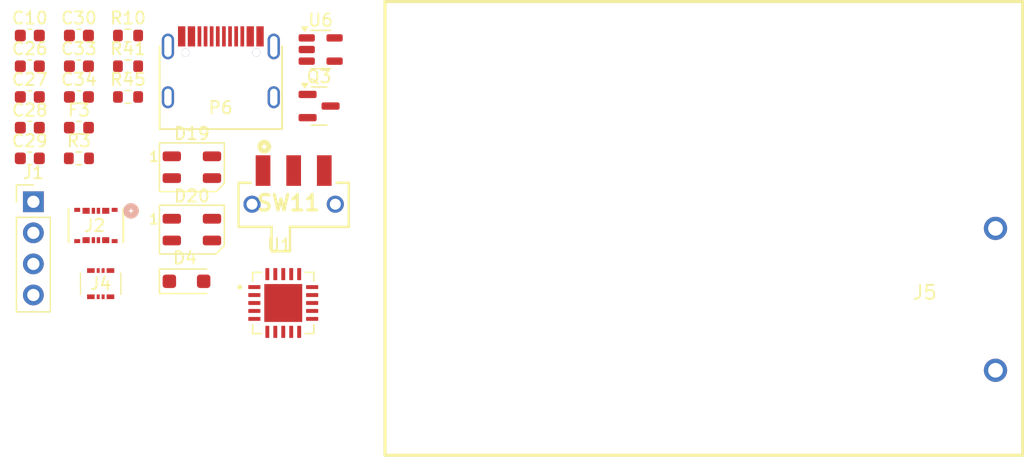
<source format=kicad_pcb>
(kicad_pcb (version 20241229) (generator "pcbnew") (generator_version "9.0")
  (layers (0 "F.Cu" signal) (2 "B.Cu" signal) (13 "F.Paste" user) (15 "B.Paste" user) (5 "F.SilkS" user "F.Silkscreen") (7 "B.SilkS" user "B.Silkscreen") (1 "F.Mask" user) (3 "B.Mask" user) (25 "Edge.Cuts" user))
  (net 0 "")
  (net 1 "Net-(SW11-B)")
  (net 2 "GND")
  (net 3 "+3V3")
  (net 4 "+5V")
  (net 5 "+3.3V")
  (net 6 "VBUS")
  (net 7 "Net-(D4-K)")
  (net 8 "Net-(D19-DIN)")
  (net 9 "Net-(D19-DOUT)")
  (net 11 "Net-(F3-Pad1)")
  (net 12 "/SWDIO")
  (net 13 "/SWCLK")
  (net 14 "/RX")
  (net 15 "Net-(P6-CC)")
  (net 17 "Net-(P6-VCONN)")
  (net 21 "+BATT")
  (net 22 "/NEOPIXELES")
  (net 24 "/NTST")
  (net 27 "/TX")
  (footprint "LED_SMD:LED_WS2812B-Mini_PLCC4_3.5x3.5mm" (layer "F.Cu") (at 56.98 46.4)
    (property "Reference" "D19" (at 0 -2.75 0) (layer "F.SilkS"))
    (property "Value" "WS2812B")
    (fp_line (start -2.65 -1.99) (end -2.65 1.99) (stroke (width 0.12)) (layer "F.SilkS"))
    (fp_line (start -2.65 -1.99) (end 2.65 -1.99) (stroke (width 0.12)) (layer "F.SilkS"))
    (fp_line (start -2.65 1.99) (end 1.99 1.99) (stroke (width 0.12)) (layer "F.SilkS"))
    (fp_line (start 2.65 1.3) (end 1.99 1.99) (stroke (width 0.12)) (layer "F.SilkS"))
    (fp_line (start 2.65 1.3) (end 2.65 -1.99) (stroke (width 0.12)) (layer "F.SilkS"))
    (fp_text user "1" (at -3.1 -0.85 0) (layer "F.SilkS") (effects (font (size 0.8 0.8))))
    (pad "1" smd roundrect (at -1.64 -0.89) (size 1.5 0.8) (layers "F.Cu" "F.Mask" "F.Paste") (net 3 "+3V3"))
    (pad "2" smd roundrect (at -1.64 0.89) (size 1.5 0.8) (layers "F.Cu" "F.Mask" "F.Paste") (net 9 "Net-(D19-DOUT)"))
    (pad "3" smd roundrect (at 1.64 0.89) (size 1.5 0.8) (layers "F.Cu" "F.Mask" "F.Paste") (net 2 "GND"))
    (pad "4" smd roundrect (at 1.64 -0.89) (size 1.5 0.8) (layers "F.Cu" "F.Mask" "F.Paste") (net 8 "Net-(D19-DIN)"))
  )
  (footprint "Diode_SMD:D_SOD-123F" (layer "F.Cu") (at 56.54 55.725)
    (property "Reference" "D4" (at -0.127 -1.905 0) (layer "F.SilkS"))
    (property "Value" "MBR120")
    (fp_line (start -2.21 -1) (end -2.21 1) (stroke (width 0.12)) (layer "F.SilkS"))
    (fp_line (start -2.21 -1) (end 1.65 -1) (stroke (width 0.12)) (layer "F.SilkS"))
    (fp_line (start -2.21 1) (end 1.65 1) (stroke (width 0.12)) (layer "F.SilkS"))
    (pad "1" smd roundrect (at -1.4 0) (size 1.1 1.1) (layers "F.Cu" "F.Mask" "F.Paste") (roundrect_rratio 0.2272727273) (net 7 "Net-(D4-K)"))
    (pad "2" smd roundrect (at 1.4 0) (size 1.1 1.1) (layers "F.Cu" "F.Mask" "F.Paste") (roundrect_rratio 0.2272727273) (net 6 "VBUS"))
  )
  (footprint "Resistor_SMD:R_0603_1608Metric" (layer "F.Cu") (at 51.765 40.655)
    (property "Reference" "R45" (at 0 -1.43 0) (layer "F.SilkS"))
    (property "Value" "5k1")
    (fp_line (start -0.237258 -0.5225) (end 0.237258 -0.5225) (stroke (width 0.12)) (layer "F.SilkS"))
    (fp_line (start -0.237258 0.5225) (end 0.237258 0.5225) (stroke (width 0.12)) (layer "F.SilkS"))
    (pad "1" smd roundrect (at -0.825 0) (size 0.8 0.95) (layers "F.Cu" "F.Mask" "F.Paste") (net 2 "GND"))
    (pad "2" smd roundrect (at 0.825 0) (size 0.8 0.95) (layers "F.Cu" "F.Mask" "F.Paste") (net 17 "Net-(P6-VCONN)"))
  )
  (footprint "Connector_PinHeader_2.54mm:PinHeader_1x04_P2.54mm_Vertical" (layer "F.Cu") (at 44.035 49.225)
    (property "Reference" "J1" (at 0 -2.38 0) (layer "F.SilkS"))
    (property "Value" "SWDIO")
    (fp_line (start -1.38 -1.38) (end 0 -1.38) (stroke (width 0.12)) (layer "F.SilkS"))
    (fp_line (start -1.38 0) (end -1.38 -1.38) (stroke (width 0.12)) (layer "F.SilkS"))
    (fp_line (start -1.38 1.27) (end -1.38 9) (stroke (width 0.12)) (layer "F.SilkS"))
    (fp_line (start -1.38 1.27) (end 1.38 1.27) (stroke (width 0.12)) (layer "F.SilkS"))
    (fp_line (start -1.38 9) (end 1.38 9) (stroke (width 0.12)) (layer "F.SilkS"))
    (fp_line (start 1.38 1.27) (end 1.38 9) (stroke (width 0.12)) (layer "F.SilkS"))
    (pad "1" thru_hole rect (at 0 0) (size 1.7 1.7) (drill 1) (layers "*.Cu" "*.Mask") (net 6 "VBUS"))
    (pad "2" thru_hole circle (at 0 2.54) (size 1.7 1.7) (drill 1) (layers "*.Cu" "*.Mask") (net 12 "/SWDIO"))
    (pad "3" thru_hole circle (at 0 5.08) (size 1.7 1.7) (drill 1) (layers "*.Cu" "*.Mask") (net 13 "/SWCLK"))
    (pad "4" thru_hole circle (at 0 7.62) (size 1.7 1.7) (drill 1) (layers "*.Cu" "*.Mask") (net 2 "GND"))
  )
  (footprint "Footprints:CONN8_505004-0812_MOL" (layer "F.Cu") (at 49.1414 51.1638)
    (property "Reference" "J2" (at -0.1016 0 0) (layer "F.SilkS"))
    (property "Value" "Conn_01x08_Pin")
    (fp_line (start -2.2352 1.3716) (end -2.2352 -1.3716) (stroke (width 0.1524)) (layer "F.SilkS"))
    (fp_line (start 2.2352 -1.3716) (end 2.2352 1.3716) (stroke (width 0.1524)) (layer "F.SilkS"))
    (fp_arc (start 2.4892 -1.1938) (mid 2.8702 -1.5748) (end 3.2512 -1.1938) (stroke (width 0.508)) (layer "F.SilkS"))
    (fp_arc (start 3.2512 -1.1938) (mid 2.8702 -0.8128) (end 2.4892 -1.1938) (stroke (width 0.508)) (layer "F.SilkS"))
    (fp_arc (start 2.4892 -1.1938) (mid 2.8702 -1.5748) (end 3.2512 -1.1938) (stroke (width 0.508)) (layer "B.SilkS"))
    (fp_arc (start 3.2512 -1.1938) (mid 2.8702 -0.8128) (end 2.4892 -1.1938) (stroke (width 0.508)) (layer "B.SilkS"))
    (pad "1" smd rect (at 0.8 -1.2) (size 0.5842 0.4826) (layers "F.Cu" "F.Mask" "F.Paste") (net 2 "GND"))
    (pad "2" smd rect (at 0.2032 -1.2) (size 0.2794 0.4826) (layers "F.Cu" "F.Mask" "F.Paste") (net 14 "/RX"))
    (pad "3" smd rect (at -0.2032 -1.2) (size 0.2794 0.4826) (layers "F.Cu" "F.Mask" "F.Paste") (net 14 "/RX"))
    (pad "4" smd rect (at -0.8 -1.2) (size 0.5842 0.4826) (layers "F.Cu" "F.Mask" "F.Paste") (net 2 "GND"))
    (pad "5" smd rect (at 0.8 1.2) (size 0.5842 0.4826) (layers "F.Cu" "F.Mask" "F.Paste") (net 2 "GND"))
    (pad "6" smd rect (at 0.2032 1.2) (size 0.2794 0.4826) (layers "F.Cu" "F.Mask" "F.Paste") (net 14 "/RX"))
    (pad "7" smd rect (at -0.2032 1.2) (size 0.2794 0.4826) (layers "F.Cu" "F.Mask" "F.Paste") (net 14 "/RX"))
    (pad "8" smd rect (at -0.8 1.2) (size 0.5842 0.4826) (layers "F.Cu" "F.Mask" "F.Paste") (net 2 "GND"))
    (pad "9" smd rect (at 1.53 -1.2762) (size 0.4826 0.3302) (layers "F.Cu" "F.Mask" "F.Paste"))
    (pad "10" smd rect (at -1.53 -1.2762) (size 0.4826 0.3302) (layers "F.Cu" "F.Mask" "F.Paste"))
    (pad "11" smd rect (at 1.53 1.2762) (size 0.4826 0.3302) (layers "F.Cu" "F.Mask" "F.Paste"))
    (pad "12" smd rect (at -1.53 1.2762) (size 0.4826 0.3302) (layers "F.Cu" "F.Mask" "F.Paste"))
  )
  (footprint "Footprints:C393939" (layer "F.Cu") (at 59.345 36.53)
    (property "Reference" "P6" (at -0.017333 5.0083 180) (layer "F.SilkS"))
    (property "Value" "USB_C_Plug_USB2.0" (hide yes))
    (fp_line (start -5 0) (end -5 6.75) (stroke (width 0.15)) (layer "F.SilkS"))
    (fp_line (start -5 6.75) (end 5 6.75) (stroke (width 0.15)) (layer "F.SilkS"))
    (fp_line (start 5 6.75) (end 5 0) (stroke (width 0.15)) (layer "F.SilkS"))
    (pad "" thru_hole circle (at -2.89 0.5) (size 0.65 0.65) (drill 0.65) (layers "*.Cu" "*.Mask"))
    (pad "" thru_hole circle (at 2.89 0.5) (size 0.65 0.65) (drill 0.65) (layers "*.Cu" "*.Mask"))
    (pad "A1" smd rect (at -3.2 -0.825) (size 0.6 1.65) (layers "F.Cu" "F.Mask" "F.Paste") (net 2 "GND"))
    (pad "A1" smd rect (at 3.2 -0.825) (size 0.6 1.65) (layers "F.Cu" "F.Mask" "F.Paste") (net 2 "GND"))
    (pad "A4" smd rect (at -2.4 -0.825) (size 0.6 1.65) (layers "F.Cu" "F.Mask" "F.Paste") (net 11 "Net-(F3-Pad1)"))
    (pad "A4" smd rect (at 2.4 -0.825) (size 0.6 1.65) (layers "F.Cu" "F.Mask" "F.Paste") (net 11 "Net-(F3-Pad1)"))
    (pad "A5" smd rect (at -1.25 -0.825) (size 0.3 1.65) (layers "F.Cu" "F.Mask" "F.Paste") (net 15 "Net-(P6-CC)"))
    (pad "A6" smd rect (at -0.25 -0.825) (size 0.3 1.65) (layers "F.Cu" "F.Mask" "F.Paste"))
    (pad "A6" smd rect (at 0.75 -0.825) (size 0.3 1.65) (layers "F.Cu" "F.Mask" "F.Paste"))
    (pad "A7" smd rect (at -0.75 -0.825) (size 0.3 1.65) (layers "F.Cu" "F.Mask" "F.Paste"))
    (pad "A7" smd rect (at 0.25 -0.825) (size 0.3 1.65) (layers "F.Cu" "F.Mask" "F.Paste"))
    (pad "A8" smd rect (at -1.75 -0.825) (size 0.3 1.65) (layers "F.Cu" "F.Mask" "F.Paste"))
    (pad "B5" smd rect (at 1.75 -0.825) (size 0.3 1.65) (layers "F.Cu" "F.Mask" "F.Paste") (net 17 "Net-(P6-VCONN)"))
    (pad "B8" smd rect (at 1.25 -0.825) (size 0.3 1.65) (layers "F.Cu" "F.Mask" "F.Paste"))
    (pad "S1" thru_hole oval (at -4.32 0) (size 1 2.1) (drill oval 0.6 1.7) (layers "*.Cu" "*.Mask") (net 2 "GND"))
    (pad "S1" thru_hole oval (at -4.32 4.15) (size 1 1.8) (drill oval 0.6 1.4) (layers "*.Cu" "*.Mask") (net 2 "GND"))
    (pad "S1" thru_hole oval (at 4.32 0) (size 1 2.1) (drill oval 0.6 1.7) (layers "*.Cu" "*.Mask") (net 2 "GND"))
    (pad "S1" thru_hole oval (at 4.32 4.15) (size 1 1.8) (drill oval 0.6 1.4) (layers "*.Cu" "*.Mask") (net 2 "GND"))
  )
  (footprint "Footprints:JS102011SAQN" (layer "F.Cu") (at 65.29 47.67415)
    (property "Reference" "SW11" (at -0.43 1.647 0) (layer "F.SilkS") (effects (font (size 1.27 1.27) (thickness 0.254))))
    (property "Value" "ON" (hide yes))
    (fp_line (start -4.5 0) (end -4.5 3.6) (stroke (width 0.2)) (layer "F.SilkS"))
    (fp_line (start -4.5 0) (end -3.5 0) (stroke (width 0.2)) (layer "F.SilkS"))
    (fp_line (start -4.5 3.6) (end -1.8 3.6) (stroke (width 0.2)) (layer "F.SilkS"))
    (fp_line (start -1.8 3.6) (end -1.8 5.6) (stroke (width 0.2)) (layer "F.SilkS"))
    (fp_line (start -1.8 5.6) (end -0.3 5.6) (stroke (width 0.2)) (layer "F.SilkS"))
    (fp_line (start -0.3 3.6) (end 4.5 3.6) (stroke (width 0.2)) (layer "F.SilkS"))
    (fp_line (start -0.3 5.6) (end -0.3 3.6) (stroke (width 0.2)) (layer "F.SilkS"))
    (fp_line (start 4.5 0) (end 3.5 0) (stroke (width 0.2)) (layer "F.SilkS"))
    (fp_line (start 4.5 3.6) (end 4.5 0) (stroke (width 0.2)) (layer "F.SilkS"))
    (fp_circle (center -2.399 -2.96) (end -2.399 -2.79585) (stroke (width 0.4)) (fill no) (layer "F.SilkS"))
    (pad "1" smd rect (at -2.5 -1) (size 1.2 2.5) (layers "F.Cu" "F.Mask" "F.Paste"))
    (pad "2" smd rect (at 0 -1) (size 1.2 2.5) (layers "F.Cu" "F.Mask" "F.Paste") (net 1 "Net-(SW11-B)"))
    (pad "3" smd rect (at 2.5 -1) (size 1.2 2.5) (layers "F.Cu" "F.Mask" "F.Paste") (net 7 "Net-(D4-K)"))
    (pad "4" thru_hole circle (at -3.4 1.75) (size 1.4 1.4) (drill 0.9) (layers "*.Cu" "*.Mask"))
    (pad "5" thru_hole circle (at 3.4 1.75) (size 1.4 1.4) (drill 0.9) (layers "*.Cu" "*.Mask"))
  )
  (footprint "Capacitor_SMD:C_0603_1608Metric" (layer "F.Cu") (at 47.755 40.655)
    (property "Reference" "C34" (at 0 -1.43 0) (layer "F.SilkS"))
    (property "Value" "100nF")
    (fp_line (start -0.14058 -0.51) (end 0.14058 -0.51) (stroke (width 0.12)) (layer "F.SilkS"))
    (fp_line (start -0.14058 0.51) (end 0.14058 0.51) (stroke (width 0.12)) (layer "F.SilkS"))
    (pad "1" smd roundrect (at -0.775 0) (size 0.9 0.95) (layers "F.Cu" "F.Mask" "F.Paste") (net 5 "+3.3V"))
    (pad "2" smd roundrect (at 0.775 0) (size 0.9 0.95) (layers "F.Cu" "F.Mask" "F.Paste") (net 2 "GND"))
  )
  (footprint "Capacitor_SMD:C_0603_1608Metric" (layer "F.Cu") (at 43.745 45.675)
    (property "Reference" "C29" (at 0 -1.43 0) (layer "F.SilkS"))
    (property "Value" "100nF")
    (fp_line (start -0.14058 -0.51) (end 0.14058 -0.51) (stroke (width 0.12)) (layer "F.SilkS"))
    (fp_line (start -0.14058 0.51) (end 0.14058 0.51) (stroke (width 0.12)) (layer "F.SilkS"))
    (pad "1" smd roundrect (at -0.775 0) (size 0.9 0.95) (layers "F.Cu" "F.Mask" "F.Paste") (net 3 "+3V3"))
    (pad "2" smd roundrect (at 0.775 0) (size 0.9 0.95) (layers "F.Cu" "F.Mask" "F.Paste") (net 2 "GND"))
  )
  (footprint "Footprints:5050060812" (layer "F.Cu") (at 49.53 55.92)
    (property "Reference" "J4" (at 0 0 0) (layer "F.SilkS"))
    (property "Value" "Conn_01x02_Pin")
    (fp_line (start -1.65 0.875) (end -1.65 -0.877) (stroke (width 0.1)) (layer "F.SilkS"))
    (fp_line (start 1.65 0.88) (end 1.65 -0.877) (stroke (width 0.1)) (layer "F.SilkS"))
    (pad "1" smd rect (at 0.8 -1.07) (size 0.62 0.38) (layers "F.Cu" "F.Mask" "F.Paste") (net 2 "GND"))
    (pad "2" smd rect (at 0.2 -1.07) (size 0.24 0.38) (layers "F.Cu" "F.Mask" "F.Paste") (net 27 "/TX"))
    (pad "3" smd rect (at -0.2 -1.07) (size 0.24 0.38) (layers "F.Cu" "F.Mask" "F.Paste") (net 27 "/TX"))
    (pad "4" smd rect (at -0.8 -1.07) (size 0.62 0.38) (layers "F.Cu" "F.Mask" "F.Paste") (net 2 "GND"))
    (pad "5" smd rect (at 0.8 1.07) (size 0.62 0.38) (layers "F.Cu" "F.Mask" "F.Paste") (net 2 "GND"))
    (pad "6" smd rect (at 0.2 1.07) (size 0.24 0.38) (layers "F.Cu" "F.Mask" "F.Paste") (net 27 "/TX"))
    (pad "7" smd rect (at -0.2 1.07) (size 0.24 0.38) (layers "F.Cu" "F.Mask" "F.Paste") (net 27 "/TX"))
    (pad "8" smd rect (at -0.8 1.07) (size 0.62 0.38) (layers "F.Cu" "F.Mask" "F.Paste") (net 2 "GND"))
  )
  (footprint "Capacitor_SMD:C_0603_1608Metric" (layer "F.Cu") (at 43.745 43.165)
    (property "Reference" "C28" (at 0 -1.43 0) (layer "F.SilkS"))
    (property "Value" "10uF")
    (fp_line (start -0.14058 -0.51) (end 0.14058 -0.51) (stroke (width 0.12)) (layer "F.SilkS"))
    (fp_line (start -0.14058 0.51) (end 0.14058 0.51) (stroke (width 0.12)) (layer "F.SilkS"))
    (pad "1" smd roundrect (at -0.775 0) (size 0.9 0.95) (layers "F.Cu" "F.Mask" "F.Paste") (net 5 "+3.3V"))
    (pad "2" smd roundrect (at 0.775 0) (size 0.9 0.95) (layers "F.Cu" "F.Mask" "F.Paste") (net 2 "GND"))
  )
  (footprint "Resistor_SMD:R_0603_1608Metric" (layer "F.Cu") (at 51.765 35.635)
    (property "Reference" "R10" (at 0 -1.43 0) (layer "F.SilkS"))
    (property "Value" "100K")
    (fp_line (start -0.237258 -0.5225) (end 0.237258 -0.5225) (stroke (width 0.12)) (layer "F.SilkS"))
    (fp_line (start -0.237258 0.5225) (end 0.237258 0.5225) (stroke (width 0.12)) (layer "F.SilkS"))
    (pad "1" smd roundrect (at -0.825 0) (size 0.8 0.95) (layers "F.Cu" "F.Mask" "F.Paste") (net 6 "VBUS"))
    (pad "2" smd roundrect (at 0.825 0) (size 0.8 0.95) (layers "F.Cu" "F.Mask" "F.Paste") (net 2 "GND"))
  )
  (footprint "Footprints:QFN65P500X500X80-21N" (layer "F.Cu") (at 64.44 57.5)
    (property "Reference" "U1" (at -0.315 -4.74 0) (layer "F.SilkS"))
    (property "Value" "PY32F030F28U6TR")
    (fp_line (start -2.5 -2.5) (end -2.5 -1.78) (stroke (width 0.127)) (layer "F.SilkS"))
    (fp_line (start -2.5 -2.5) (end -1.78 -2.5) (stroke (width 0.127)) (layer "F.SilkS"))
    (fp_line (start -2.5 2.5) (end -2.5 1.78) (stroke (width 0.127)) (layer "F.SilkS"))
    (fp_line (start -2.5 2.5) (end -1.78 2.5) (stroke (width 0.127)) (layer "F.SilkS"))
    (fp_line (start 2.5 -2.5) (end 1.78 -2.5) (stroke (width 0.127)) (layer "F.SilkS"))
    (fp_line (start 2.5 -2.5) (end 2.5 -1.78) (stroke (width 0.127)) (layer "F.SilkS"))
    (fp_line (start 2.5 2.5) (end 1.78 2.5) (stroke (width 0.127)) (layer "F.SilkS"))
    (fp_line (start 2.5 2.5) (end 2.5 1.78) (stroke (width 0.127)) (layer "F.SilkS"))
    (fp_circle (center -3.55 -1.3) (end -3.45 -1.3) (stroke (width 0.2)) (fill no) (layer "F.SilkS"))
    (pad "1" smd roundrect (at -2.36 -1.3) (size 0.99 0.32) (layers "F.Cu" "F.Mask" "F.Paste") (roundrect_rratio 0.125))
    (pad "2" smd roundrect (at -2.36 -0.65) (size 0.99 0.32) (layers "F.Cu" "F.Mask" "F.Paste") (roundrect_rratio 0.125))
    (pad "3" smd roundrect (at -2.36 0) (size 0.99 0.32) (layers "F.Cu" "F.Mask" "F.Paste") (roundrect_rratio 0.125) (net 22 "/NEOPIXELES"))
    (pad "4" smd roundrect (at -2.36 0.65) (size 0.99 0.32) (layers "F.Cu" "F.Mask" "F.Paste") (roundrect_rratio 0.125) (net 2 "GND"))
    (pad "5" smd roundrect (at -2.36 1.3) (size 0.99 0.32) (layers "F.Cu" "F.Mask" "F.Paste") (roundrect_rratio 0.125))
    (pad "6" smd roundrect (at -1.3 2.36) (size 0.32 0.99) (layers "F.Cu" "F.Mask" "F.Paste") (roundrect_rratio 0.125) (net 5 "+3.3V"))
    (pad "7" smd roundrect (at -0.65 2.36) (size 0.32 0.99) (layers "F.Cu" "F.Mask" "F.Paste") (roundrect_rratio 0.125) (net 12 "/SWDIO"))
    (pad "8" smd roundrect (at 0 2.36) (size 0.32 0.99) (layers "F.Cu" "F.Mask" "F.Paste") (roundrect_rratio 0.125) (net 13 "/SWCLK"))
    (pad "9" smd roundrect (at 0.65 2.36) (size 0.32 0.99) (layers "F.Cu" "F.Mask" "F.Paste") (roundrect_rratio 0.125))
    (pad "10" smd roundrect (at 1.3 2.36) (size 0.32 0.99) (layers "F.Cu" "F.Mask" "F.Paste") (roundrect_rratio 0.125))
    (pad "11" smd roundrect (at 2.36 1.3) (size 0.99 0.32) (layers "F.Cu" "F.Mask" "F.Paste") (roundrect_rratio 0.125))
    (pad "12" smd roundrect (at 2.36 0.65) (size 0.99 0.32) (layers "F.Cu" "F.Mask" "F.Paste") (roundrect_rratio 0.125))
    (pad "13" smd roundrect (at 2.36 0) (size 0.99 0.32) (layers "F.Cu" "F.Mask" "F.Paste") (roundrect_rratio 0.125))
    (pad "14" smd roundrect (at 2.36 -0.65) (size 0.99 0.32) (layers "F.Cu" "F.Mask" "F.Paste") (roundrect_rratio 0.125))
    (pad "15" smd roundrect (at 2.36 -1.3) (size 0.99 0.32) (layers "F.Cu" "F.Mask" "F.Paste") (roundrect_rratio 0.125) (net 24 "/NTST"))
    (pad "16" smd roundrect (at 1.3 -2.36) (size 0.32 0.99) (layers "F.Cu" "F.Mask" "F.Paste") (roundrect_rratio 0.125))
    (pad "17" smd roundrect (at 0.65 -2.36) (size 0.32 0.99) (layers "F.Cu" "F.Mask" "F.Paste") (roundrect_rratio 0.125))
    (pad "18" smd roundrect (at 0 -2.36) (size 0.32 0.99) (layers "F.Cu" "F.Mask" "F.Paste") (roundrect_rratio 0.125) (net 27 "/TX"))
    (pad "19" smd roundrect (at -0.65 -2.36) (size 0.32 0.99) (layers "F.Cu" "F.Mask" "F.Paste") (roundrect_rratio 0.125) (net 14 "/RX"))
    (pad "20" smd roundrect (at -1.3 -2.36) (size 0.32 0.99) (layers "F.Cu" "F.Mask" "F.Paste") (roundrect_rratio 0.125))
    (pad "21" smd rect (at 0 0) (size 3.1 3.1) (layers "F.Cu" "F.Mask"))
  )
  (footprint "Capacitor_SMD:C_0603_1608Metric" (layer "F.Cu") (at 47.755 38.145)
    (property "Reference" "C33" (at 0 -1.43 0) (layer "F.SilkS"))
    (property "Value" "100nF")
    (fp_line (start -0.14058 -0.51) (end 0.14058 -0.51) (stroke (width 0.12)) (layer "F.SilkS"))
    (fp_line (start -0.14058 0.51) (end 0.14058 0.51) (stroke (width 0.12)) (layer "F.SilkS"))
    (pad "1" smd roundrect (at -0.775 0) (size 0.9 0.95) (layers "F.Cu" "F.Mask" "F.Paste") (net 6 "VBUS"))
    (pad "2" smd roundrect (at 0.775 0) (size 0.9 0.95) (layers "F.Cu" "F.Mask" "F.Paste") (net 2 "GND"))
  )
  (footprint "Footprints:BAT-TH_BH-AAA-A1AJ024" (layer "F.Cu") (at 122.6 57.2)
    (property "Reference" "J5" (at -6.85 -0.56 0) (layer "F.SilkS") (effects (font (size 1.143 1.143) (thickness 0.152)) (justify left)))
    (property "Value" "Battery" (hide yes))
    (fp_line (start -49.852 -24.342) (end 2.218 -24.342) (stroke (width 0.254)) (layer "F.SilkS"))
    (fp_line (start -49.852 -23.834) (end -49.852 -24.342) (stroke (width 0.254)) (layer "F.SilkS"))
    (fp_line (start -49.852 12.742) (end -49.852 -23.834) (stroke (width 0.254)) (layer "F.SilkS"))
    (fp_line (start 2.218 -24.342) (end 2.218 12.742) (stroke (width 0.254)) (layer "F.SilkS"))
    (fp_line (start 2.218 12.742) (end -49.852 12.742) (stroke (width 0.254)) (layer "F.SilkS"))
    (pad "1" thru_hole circle (at 0 -5.8) (size 1.9 1.9) (drill 1.2) (layers "*.Cu" "*.Paste" "*.Mask") (net 21 "+BATT"))
    (pad "2" thru_hole circle (at 0 5.8) (size 1.9 1.9) (drill 1.2) (layers "*.Cu" "*.Paste" "*.Mask") (net 2 "GND"))
  )
  (footprint "Capacitor_SMD:C_0603_1608Metric" (layer "F.Cu") (at 43.745 40.655)
    (property "Reference" "C27" (at 0 -1.43 0) (layer "F.SilkS"))
    (property "Value" "10uF")
    (fp_line (start -0.14058 -0.51) (end 0.14058 -0.51) (stroke (width 0.12)) (layer "F.SilkS"))
    (fp_line (start -0.14058 0.51) (end 0.14058 0.51) (stroke (width 0.12)) (layer "F.SilkS"))
    (pad "1" smd roundrect (at -0.775 0) (size 0.9 0.95) (layers "F.Cu" "F.Mask" "F.Paste") (net 4 "+5V"))
    (pad "2" smd roundrect (at 0.775 0) (size 0.9 0.95) (layers "F.Cu" "F.Mask" "F.Paste") (net 2 "GND"))
  )
  (footprint "Capacitor_SMD:C_0603_1608Metric" (layer "F.Cu") (at 43.745 35.635)
    (property "Reference" "C10" (at 0 -1.43 0) (layer "F.SilkS"))
    (property "Value" "10uF")
    (fp_line (start -0.14058 -0.51) (end 0.14058 -0.51) (stroke (width 0.12)) (layer "F.SilkS"))
    (fp_line (start -0.14058 0.51) (end 0.14058 0.51) (stroke (width 0.12)) (layer "F.SilkS"))
    (pad "1" smd roundrect (at -0.775 0) (size 0.9 0.95) (layers "F.Cu" "F.Mask" "F.Paste") (net 1 "Net-(SW11-B)"))
    (pad "2" smd roundrect (at 0.775 0) (size 0.9 0.95) (layers "F.Cu" "F.Mask" "F.Paste") (net 2 "GND"))
  )
  (footprint "LED_SMD:LED_WS2812B-Mini_PLCC4_3.5x3.5mm" (layer "F.Cu") (at 56.98 51.5)
    (property "Reference" "D20" (at 0 -2.75 0) (layer "F.SilkS"))
    (property "Value" "WS2812B")
    (fp_line (start -2.65 -1.99) (end -2.65 1.99) (stroke (width 0.12)) (layer "F.SilkS"))
    (fp_line (start -2.65 -1.99) (end 2.65 -1.99) (stroke (width 0.12)) (layer "F.SilkS"))
    (fp_line (start -2.65 1.99) (end 1.99 1.99) (stroke (width 0.12)) (layer "F.SilkS"))
    (fp_line (start 2.65 1.3) (end 1.99 1.99) (stroke (width 0.12)) (layer "F.SilkS"))
    (fp_line (start 2.65 1.3) (end 2.65 -1.99) (stroke (width 0.12)) (layer "F.SilkS"))
    (fp_text user "1" (at -3.1 -0.85 0) (layer "F.SilkS") (effects (font (size 0.8 0.8))))
    (pad "1" smd roundrect (at -1.64 -0.89) (size 1.5 0.8) (layers "F.Cu" "F.Mask" "F.Paste") (net 3 "+3V3"))
    (pad "2" smd roundrect (at -1.64 0.89) (size 1.5 0.8) (layers "F.Cu" "F.Mask" "F.Paste"))
    (pad "3" smd roundrect (at 1.64 0.89) (size 1.5 0.8) (layers "F.Cu" "F.Mask" "F.Paste") (net 2 "GND"))
    (pad "4" smd roundrect (at 1.64 -0.89) (size 1.5 0.8) (layers "F.Cu" "F.Mask" "F.Paste") (net 9 "Net-(D19-DOUT)"))
  )
  (footprint "Package_TO_SOT_SMD:SOT-23" (layer "F.Cu") (at 67.365 41.4)
    (property "Reference" "Q3" (at 0 -2.4 0) (layer "F.SilkS"))
    (property "Value" "DMG3415U-7")
    (fp_line (start 0 -1.56) (end -0.65 -1.56) (stroke (width 0.12)) (layer "F.SilkS"))
    (fp_line (start 0 -1.56) (end 0.65 -1.56) (stroke (width 0.12)) (layer "F.SilkS"))
    (fp_line (start 0 1.56) (end -0.65 1.56) (stroke (width 0.12)) (layer "F.SilkS"))
    (fp_line (start 0 1.56) (end 0.65 1.56) (stroke (width 0.12)) (layer "F.SilkS"))
    (fp_poly (pts (xy -1.1625 -1.51) (xy -1.4025 -1.84) (xy -0.9225 -1.84)) (stroke (width 0.12)) (fill yes) (layer "F.SilkS"))
    (pad "1" smd roundrect (at -0.9375 -0.95) (size 1.475 0.6) (layers "F.Cu" "F.Mask" "F.Paste") (net 6 "VBUS"))
    (pad "2" smd roundrect (at -0.9375 0.95) (size 1.475 0.6) (layers "F.Cu" "F.Mask" "F.Paste") (net 7 "Net-(D4-K)"))
    (pad "3" smd roundrect (at 0.9375 0) (size 1.475 0.6) (layers "F.Cu" "F.Mask" "F.Paste") (net 21 "+BATT"))
  )
  (footprint "Capacitor_SMD:C_0603_1608Metric" (layer "F.Cu") (at 43.745 38.145)
    (property "Reference" "C26" (at 0 -1.43 0) (layer "F.SilkS"))
    (property "Value" "10uF")
    (fp_line (start -0.14058 -0.51) (end 0.14058 -0.51) (stroke (width 0.12)) (layer "F.SilkS"))
    (fp_line (start -0.14058 0.51) (end 0.14058 0.51) (stroke (width 0.12)) (layer "F.SilkS"))
    (pad "1" smd roundrect (at -0.775 0) (size 0.9 0.95) (layers "F.Cu" "F.Mask" "F.Paste") (net 3 "+3V3"))
    (pad "2" smd roundrect (at 0.775 0) (size 0.9 0.95) (layers "F.Cu" "F.Mask" "F.Paste") (net 2 "GND"))
  )
  (footprint "Resistor_SMD:R_0603_1608Metric" (layer "F.Cu") (at 47.755 45.675)
    (property "Reference" "R3" (at 0 -1.43 0) (layer "F.SilkS"))
    (property "Value" "1K")
    (fp_line (start -0.237258 -0.5225) (end 0.237258 -0.5225) (stroke (width 0.12)) (layer "F.SilkS"))
    (fp_line (start -0.237258 0.5225) (end 0.237258 0.5225) (stroke (width 0.12)) (layer "F.SilkS"))
    (pad "1" smd roundrect (at -0.825 0) (size 0.8 0.95) (layers "F.Cu" "F.Mask" "F.Paste") (net 22 "/NEOPIXELES"))
    (pad "2" smd roundrect (at 0.825 0) (size 0.8 0.95) (layers "F.Cu" "F.Mask" "F.Paste") (net 8 "Net-(D19-DIN)"))
  )
  (footprint "Fuse:Fuse_0603_1608Metric" (layer "F.Cu") (at 47.755 43.165)
    (property "Reference" "F3" (at 0 -1.43 0) (layer "F.SilkS"))
    (property "Value" "750mA")
    (fp_line (start -0.162779 -0.51) (end 0.162779 -0.51) (stroke (width 0.12)) (layer "F.SilkS"))
    (fp_line (start -0.162779 0.51) (end 0.162779 0.51) (stroke (width 0.12)) (layer "F.SilkS"))
    (pad "1" smd roundrect (at -0.7875 0) (size 0.875 0.95) (layers "F.Cu" "F.Mask" "F.Paste") (net 11 "Net-(F3-Pad1)"))
    (pad "2" smd roundrect (at 0.7875 0) (size 0.875 0.95) (layers "F.Cu" "F.Mask" "F.Paste") (net 6 "VBUS"))
  )
  (footprint "Resistor_SMD:R_0603_1608Metric" (layer "F.Cu") (at 51.765 38.145)
    (property "Reference" "R41" (at 0 -1.43 0) (layer "F.SilkS"))
    (property "Value" "5k1")
    (fp_line (start -0.237258 -0.5225) (end 0.237258 -0.5225) (stroke (width 0.12)) (layer "F.SilkS"))
    (fp_line (start -0.237258 0.5225) (end 0.237258 0.5225) (stroke (width 0.12)) (layer "F.SilkS"))
    (pad "1" smd roundrect (at -0.825 0) (size 0.8 0.95) (layers "F.Cu" "F.Mask" "F.Paste") (net 2 "GND"))
    (pad "2" smd roundrect (at 0.825 0) (size 0.8 0.95) (layers "F.Cu" "F.Mask" "F.Paste") (net 15 "Net-(P6-CC)"))
  )
  (footprint "Capacitor_SMD:C_0603_1608Metric" (layer "F.Cu") (at 47.755 35.635)
    (property "Reference" "C30" (at 0 -1.43 0) (layer "F.SilkS"))
    (property "Value" "100nF")
    (fp_line (start -0.14058 -0.51) (end 0.14058 -0.51) (stroke (width 0.12)) (layer "F.SilkS"))
    (fp_line (start -0.14058 0.51) (end 0.14058 0.51) (stroke (width 0.12)) (layer "F.SilkS"))
    (pad "1" smd roundrect (at -0.775 0) (size 0.9 0.95) (layers "F.Cu" "F.Mask" "F.Paste") (net 3 "+3V3"))
    (pad "2" smd roundrect (at 0.775 0) (size 0.9 0.95) (layers "F.Cu" "F.Mask" "F.Paste") (net 2 "GND"))
  )
  (footprint "Package_TO_SOT_SMD:SOT-23-5" (layer "F.Cu") (at 67.495 36.78)
    (property "Reference" "U6" (at 0 -2.4 0) (layer "F.SilkS"))
    (property "Value" "AP2112K-3.3")
    (fp_line (start 0 -1.56) (end -0.8 -1.56) (stroke (width 0.12)) (layer "F.SilkS"))
    (fp_line (start 0 -1.56) (end 0.8 -1.56) (stroke (width 0.12)) (layer "F.SilkS"))
    (fp_line (start 0 1.56) (end -0.8 1.56) (stroke (width 0.12)) (layer "F.SilkS"))
    (fp_line (start 0 1.56) (end 0.8 1.56) (stroke (width 0.12)) (layer "F.SilkS"))
    (fp_poly (pts (xy -1.3 -1.51) (xy -1.54 -1.84) (xy -1.06 -1.84)) (stroke (width 0.12)) (fill yes) (layer "F.SilkS"))
    (pad "1" smd roundrect (at -1.1375 -0.95) (size 1.325 0.6) (layers "F.Cu" "F.Mask" "F.Paste") (net 1 "Net-(SW11-B)"))
    (pad "2" smd roundrect (at -1.1375 0) (size 1.325 0.6) (layers "F.Cu" "F.Mask" "F.Paste") (net 2 "GND"))
    (pad "3" smd roundrect (at -1.1375 0.95) (size 1.325 0.6) (layers "F.Cu" "F.Mask" "F.Paste") (net 1 "Net-(SW11-B)"))
    (pad "4" smd roundrect (at 1.1375 0.95) (size 1.325 0.6) (layers "F.Cu" "F.Mask" "F.Paste"))
    (pad "5" smd roundrect (at 1.1375 -0.95) (size 1.325 0.6) (layers "F.Cu" "F.Mask" "F.Paste") (net 3 "+3V3"))
  )
)
</source>
